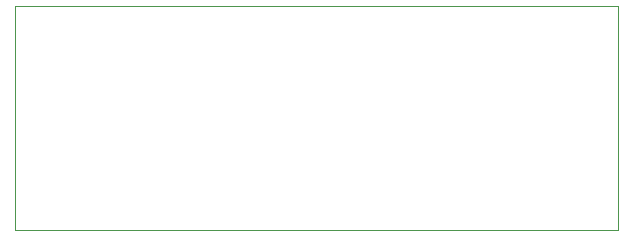
<source format=gbr>
%TF.GenerationSoftware,KiCad,Pcbnew,9.0.2*%
%TF.CreationDate,2025-06-25T15:10:39+01:00*%
%TF.ProjectId,FootSw,466f6f74-5377-42e6-9b69-6361645f7063,V1.1*%
%TF.SameCoordinates,Original*%
%TF.FileFunction,Profile,NP*%
%FSLAX46Y46*%
G04 Gerber Fmt 4.6, Leading zero omitted, Abs format (unit mm)*
G04 Created by KiCad (PCBNEW 9.0.2) date 2025-06-25 15:10:39*
%MOMM*%
%LPD*%
G01*
G04 APERTURE LIST*
%TA.AperFunction,Profile*%
%ADD10C,0.050000*%
%TD*%
G04 APERTURE END LIST*
D10*
X54500000Y-49500000D02*
X105500000Y-49500000D01*
X105500000Y-68500000D01*
X54500000Y-68500000D01*
X54500000Y-49500000D01*
M02*

</source>
